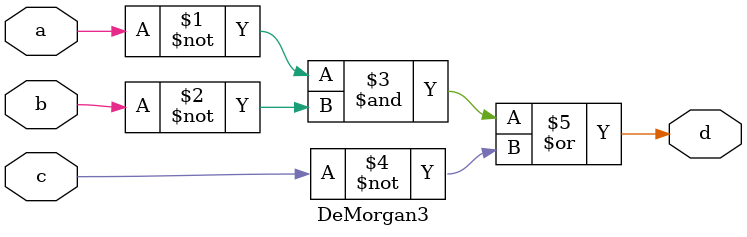
<source format=v>
`timescale 1ns / 1ps

module DeMorgan3(
   input a,
   input b,
   input c,
   output d
    );
    
assign d = ((~a)&(~b))|(~c);
endmodule

</source>
